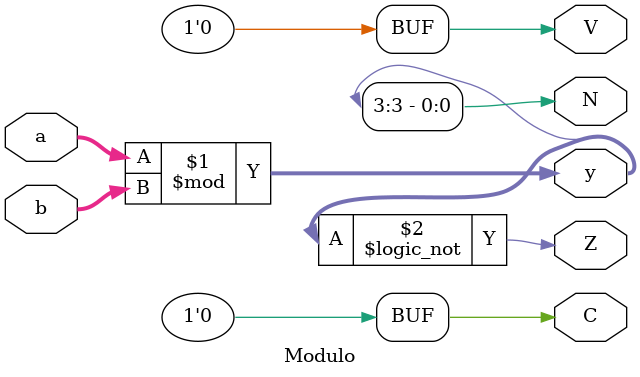
<source format=sv>
module Modulo(
	input logic [3:0] a,
	input logic [3:0] b,
	output logic [3:0] y,
	output logic N,
   output logic Z,
   output logic C,
   output logic V
);	

	assign y = a % b;
	
	// Flags
   assign N = y[3];          // MSB
   assign Z = (y == 4'd0);   // Cuando todo es cero
   assign C = 1'b0;           // El carry de salida 0
   assign V = 1'b0;           // No tiene overflow
	
endmodule
</source>
